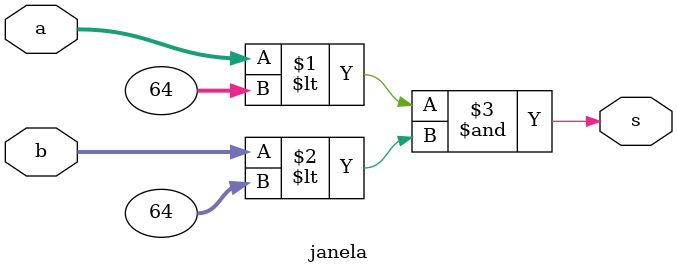
<source format=v>
module janela(
	// entradas e saídas
	input [9:0]a,
	input [9:0]b,
	output s);
	
	// se pertencer a janela
	assign s = ((a < 64) & (b < 64));
	
endmodule
</source>
